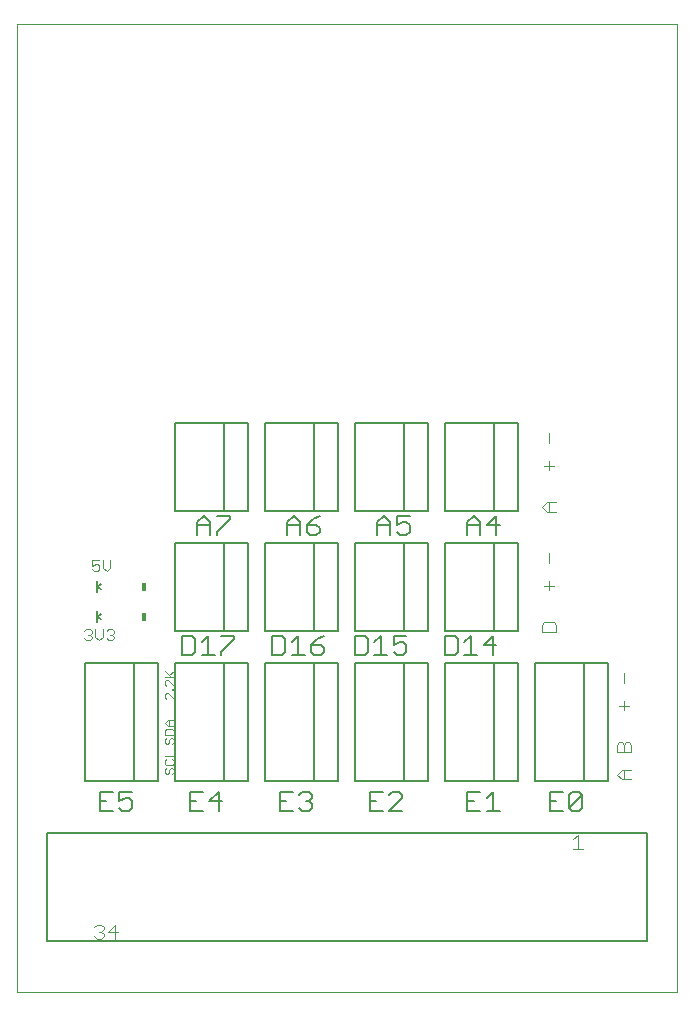
<source format=gto>
G75*
%MOIN*%
%OFA0B0*%
%FSLAX24Y24*%
%IPPOS*%
%LPD*%
%AMOC8*
5,1,8,0,0,1.08239X$1,22.5*
%
%ADD10C,0.0000*%
%ADD11C,0.0040*%
%ADD12C,0.0060*%
%ADD13C,0.0030*%
%ADD14C,0.0050*%
%ADD15C,0.0080*%
%ADD16R,0.0180X0.0300*%
D10*
X000100Y000100D02*
X000100Y032350D01*
X022100Y032350D01*
X022100Y000100D01*
X000100Y000100D01*
D11*
X002699Y001947D02*
X002776Y001870D01*
X002929Y001870D01*
X003006Y001947D01*
X003006Y002023D01*
X002929Y002100D01*
X002853Y002100D01*
X002929Y002100D02*
X003006Y002177D01*
X003006Y002254D01*
X002929Y002330D01*
X002776Y002330D01*
X002699Y002254D01*
X003160Y002100D02*
X003467Y002100D01*
X003390Y001870D02*
X003390Y002330D01*
X003160Y002100D01*
X017620Y012108D02*
X017620Y012338D01*
X017696Y012415D01*
X018003Y012415D01*
X018080Y012338D01*
X018080Y012108D01*
X017620Y012108D01*
X017850Y013489D02*
X017850Y013796D01*
X017696Y013642D02*
X018003Y013642D01*
X017850Y014410D02*
X017850Y014717D01*
X017850Y016108D02*
X017850Y016415D01*
X017773Y016415D02*
X018080Y016415D01*
X017773Y016415D02*
X017620Y016261D01*
X017773Y016108D01*
X018080Y016108D01*
X017850Y017489D02*
X017850Y017796D01*
X017696Y017642D02*
X018003Y017642D01*
X017850Y018410D02*
X017850Y018717D01*
X020350Y010717D02*
X020350Y010410D01*
X020350Y009796D02*
X020350Y009489D01*
X020503Y009642D02*
X020196Y009642D01*
X020196Y008415D02*
X020273Y008415D01*
X020350Y008338D01*
X020350Y008108D01*
X020350Y008338D02*
X020427Y008415D01*
X020503Y008415D01*
X020580Y008338D01*
X020580Y008108D01*
X020120Y008108D01*
X020120Y008338D01*
X020196Y008415D01*
X020273Y007494D02*
X020580Y007494D01*
X020350Y007494D02*
X020350Y007187D01*
X020273Y007187D02*
X020120Y007340D01*
X020273Y007494D01*
X020273Y007187D02*
X020580Y007187D01*
X018967Y004870D02*
X018660Y004870D01*
X018813Y004870D02*
X018813Y005330D01*
X018660Y005177D01*
D12*
X018631Y006130D02*
X018525Y006237D01*
X018952Y006664D01*
X018952Y006237D01*
X018845Y006130D01*
X018631Y006130D01*
X018525Y006237D02*
X018525Y006664D01*
X018631Y006771D01*
X018845Y006771D01*
X018952Y006664D01*
X018307Y006771D02*
X017880Y006771D01*
X017880Y006130D01*
X018307Y006130D01*
X018094Y006450D02*
X017880Y006450D01*
X016202Y006130D02*
X015775Y006130D01*
X015988Y006130D02*
X015988Y006771D01*
X015775Y006557D01*
X015557Y006771D02*
X015130Y006771D01*
X015130Y006130D01*
X015557Y006130D01*
X015344Y006450D02*
X015130Y006450D01*
X012952Y006557D02*
X012952Y006664D01*
X012845Y006771D01*
X012631Y006771D01*
X012525Y006664D01*
X012307Y006771D02*
X011880Y006771D01*
X011880Y006130D01*
X012307Y006130D01*
X012525Y006130D02*
X012952Y006557D01*
X012952Y006130D02*
X012525Y006130D01*
X012094Y006450D02*
X011880Y006450D01*
X009952Y006344D02*
X009952Y006237D01*
X009845Y006130D01*
X009631Y006130D01*
X009525Y006237D01*
X009307Y006130D02*
X008880Y006130D01*
X008880Y006771D01*
X009307Y006771D01*
X009525Y006664D02*
X009631Y006771D01*
X009845Y006771D01*
X009952Y006664D01*
X009952Y006557D01*
X009845Y006450D01*
X009952Y006344D01*
X009845Y006450D02*
X009738Y006450D01*
X009094Y006450D02*
X008880Y006450D01*
X006952Y006450D02*
X006525Y006450D01*
X006845Y006771D01*
X006845Y006130D01*
X006307Y006130D02*
X005880Y006130D01*
X005880Y006771D01*
X006307Y006771D01*
X006094Y006450D02*
X005880Y006450D01*
X003952Y006450D02*
X003952Y006237D01*
X003845Y006130D01*
X003631Y006130D01*
X003525Y006237D01*
X003525Y006450D02*
X003738Y006557D01*
X003845Y006557D01*
X003952Y006450D01*
X003952Y006771D02*
X003525Y006771D01*
X003525Y006450D01*
X003307Y006130D02*
X002880Y006130D01*
X002880Y006771D01*
X003307Y006771D01*
X003094Y006450D02*
X002880Y006450D01*
X005630Y011330D02*
X005950Y011330D01*
X006057Y011437D01*
X006057Y011864D01*
X005950Y011971D01*
X005630Y011971D01*
X005630Y011330D01*
X006275Y011330D02*
X006702Y011330D01*
X006488Y011330D02*
X006488Y011971D01*
X006275Y011757D01*
X006919Y011971D02*
X007346Y011971D01*
X007346Y011864D01*
X006919Y011437D01*
X006919Y011330D01*
X008630Y011330D02*
X008950Y011330D01*
X009057Y011437D01*
X009057Y011864D01*
X008950Y011971D01*
X008630Y011971D01*
X008630Y011330D01*
X009275Y011330D02*
X009702Y011330D01*
X009488Y011330D02*
X009488Y011971D01*
X009275Y011757D01*
X009919Y011650D02*
X010239Y011650D01*
X010346Y011544D01*
X010346Y011437D01*
X010239Y011330D01*
X010026Y011330D01*
X009919Y011437D01*
X009919Y011650D01*
X010133Y011864D01*
X010346Y011971D01*
X011380Y011971D02*
X011380Y011330D01*
X011700Y011330D01*
X011807Y011437D01*
X011807Y011864D01*
X011700Y011971D01*
X011380Y011971D01*
X012025Y011757D02*
X012238Y011971D01*
X012238Y011330D01*
X012025Y011330D02*
X012452Y011330D01*
X012669Y011437D02*
X012776Y011330D01*
X012989Y011330D01*
X013096Y011437D01*
X013096Y011650D01*
X012989Y011757D01*
X012883Y011757D01*
X012669Y011650D01*
X012669Y011971D01*
X013096Y011971D01*
X014380Y011971D02*
X014380Y011330D01*
X014700Y011330D01*
X014807Y011437D01*
X014807Y011864D01*
X014700Y011971D01*
X014380Y011971D01*
X015025Y011757D02*
X015238Y011971D01*
X015238Y011330D01*
X015025Y011330D02*
X015452Y011330D01*
X015669Y011650D02*
X016096Y011650D01*
X015989Y011330D02*
X015989Y011971D01*
X015669Y011650D01*
X015557Y015330D02*
X015557Y015757D01*
X015344Y015971D01*
X015130Y015757D01*
X015130Y015330D01*
X015130Y015650D02*
X015557Y015650D01*
X015775Y015650D02*
X016202Y015650D01*
X016095Y015330D02*
X016095Y015971D01*
X015775Y015650D01*
X013202Y015650D02*
X013202Y015437D01*
X013095Y015330D01*
X012881Y015330D01*
X012775Y015437D01*
X012775Y015650D02*
X012988Y015757D01*
X013095Y015757D01*
X013202Y015650D01*
X013202Y015971D02*
X012775Y015971D01*
X012775Y015650D01*
X012557Y015650D02*
X012130Y015650D01*
X012130Y015757D02*
X012344Y015971D01*
X012557Y015757D01*
X012557Y015330D01*
X012130Y015330D02*
X012130Y015757D01*
X010202Y015544D02*
X010095Y015650D01*
X009775Y015650D01*
X009775Y015437D01*
X009881Y015330D01*
X010095Y015330D01*
X010202Y015437D01*
X010202Y015544D01*
X009988Y015864D02*
X009775Y015650D01*
X009557Y015650D02*
X009130Y015650D01*
X009130Y015757D02*
X009344Y015971D01*
X009557Y015757D01*
X009557Y015330D01*
X009988Y015864D02*
X010202Y015971D01*
X009130Y015757D02*
X009130Y015330D01*
X007202Y015864D02*
X006775Y015437D01*
X006775Y015330D01*
X006557Y015330D02*
X006557Y015757D01*
X006344Y015971D01*
X006130Y015757D01*
X006130Y015330D01*
X006130Y015650D02*
X006557Y015650D01*
X006775Y015971D02*
X007202Y015971D01*
X007202Y015864D01*
D13*
X005335Y010795D02*
X005190Y010650D01*
X005238Y010602D02*
X005045Y010795D01*
X005045Y010602D02*
X005335Y010602D01*
X005335Y010500D02*
X005335Y010307D01*
X005142Y010500D01*
X005093Y010500D01*
X005045Y010452D01*
X005045Y010355D01*
X005093Y010307D01*
X005287Y010208D02*
X005335Y010208D01*
X005335Y010160D01*
X005287Y010160D01*
X005287Y010208D01*
X005335Y010058D02*
X005335Y009865D01*
X005142Y010058D01*
X005093Y010058D01*
X005045Y010010D01*
X005045Y009913D01*
X005093Y009865D01*
X005142Y009148D02*
X005335Y009148D01*
X005190Y009148D02*
X005190Y008954D01*
X005142Y008954D02*
X005045Y009051D01*
X005142Y009148D01*
X005142Y008954D02*
X005335Y008954D01*
X005287Y008853D02*
X005335Y008805D01*
X005335Y008660D01*
X005045Y008660D01*
X005045Y008805D01*
X005093Y008853D01*
X005287Y008853D01*
X005287Y008558D02*
X005335Y008510D01*
X005335Y008413D01*
X005287Y008365D01*
X005190Y008413D02*
X005190Y008510D01*
X005238Y008558D01*
X005287Y008558D01*
X005190Y008413D02*
X005142Y008365D01*
X005093Y008365D01*
X005045Y008413D01*
X005045Y008510D01*
X005093Y008558D01*
X005335Y008148D02*
X005335Y007954D01*
X005045Y007954D01*
X005093Y007853D02*
X005045Y007805D01*
X005045Y007708D01*
X005093Y007660D01*
X005287Y007660D01*
X005335Y007708D01*
X005335Y007805D01*
X005287Y007853D01*
X005287Y007558D02*
X005335Y007510D01*
X005335Y007413D01*
X005287Y007365D01*
X005190Y007413D02*
X005190Y007510D01*
X005238Y007558D01*
X005287Y007558D01*
X005190Y007413D02*
X005142Y007365D01*
X005093Y007365D01*
X005045Y007413D01*
X005045Y007510D01*
X005093Y007558D01*
X003287Y011815D02*
X003163Y011815D01*
X003102Y011877D01*
X002980Y011938D02*
X002980Y012185D01*
X003102Y012124D02*
X003163Y012185D01*
X003287Y012185D01*
X003349Y012124D01*
X003349Y012062D01*
X003287Y012000D01*
X003349Y011938D01*
X003349Y011877D01*
X003287Y011815D01*
X003287Y012000D02*
X003225Y012000D01*
X002980Y011938D02*
X002857Y011815D01*
X002733Y011938D01*
X002733Y012185D01*
X002612Y012124D02*
X002612Y012062D01*
X002550Y012000D01*
X002612Y011938D01*
X002612Y011877D01*
X002550Y011815D01*
X002427Y011815D01*
X002365Y011877D01*
X002488Y012000D02*
X002550Y012000D01*
X002612Y012124D02*
X002550Y012185D01*
X002427Y012185D01*
X002365Y012124D01*
X002677Y014115D02*
X002615Y014177D01*
X002677Y014115D02*
X002800Y014115D01*
X002862Y014177D01*
X002862Y014300D01*
X002800Y014362D01*
X002738Y014362D01*
X002615Y014300D01*
X002615Y014485D01*
X002862Y014485D01*
X002983Y014485D02*
X002983Y014238D01*
X003107Y014115D01*
X003230Y014238D01*
X003230Y014485D01*
D14*
X005370Y015070D02*
X005370Y012130D01*
X007020Y012130D01*
X007820Y012130D01*
X007820Y015070D01*
X007020Y015070D01*
X007020Y012130D01*
X007020Y011070D02*
X007820Y011070D01*
X007820Y007130D01*
X007020Y007130D01*
X005370Y007130D01*
X005370Y011070D01*
X007020Y011070D01*
X007020Y007130D01*
X008370Y007130D02*
X008370Y011070D01*
X010020Y011070D01*
X010820Y011070D01*
X010820Y007130D01*
X010020Y007130D01*
X008370Y007130D01*
X010020Y007130D02*
X010020Y011070D01*
X010020Y012130D02*
X010820Y012130D01*
X010820Y015070D01*
X010020Y015070D01*
X010020Y012130D01*
X008370Y012130D01*
X008370Y015070D01*
X010020Y015070D01*
X010020Y016130D02*
X010820Y016130D01*
X010820Y019070D01*
X010020Y019070D01*
X010020Y016130D01*
X008370Y016130D01*
X008370Y019070D01*
X010020Y019070D01*
X011370Y019070D02*
X011370Y016130D01*
X013020Y016130D01*
X013820Y016130D01*
X013820Y019070D01*
X013020Y019070D01*
X013020Y016130D01*
X013020Y015070D02*
X013820Y015070D01*
X013820Y012130D01*
X013020Y012130D01*
X011370Y012130D01*
X011370Y015070D01*
X013020Y015070D01*
X013020Y012130D01*
X013020Y011070D02*
X013820Y011070D01*
X013820Y007130D01*
X013020Y007130D01*
X011370Y007130D01*
X011370Y011070D01*
X013020Y011070D01*
X013020Y007130D01*
X014370Y007130D02*
X014370Y011070D01*
X016020Y011070D01*
X016820Y011070D01*
X016820Y007130D01*
X016020Y007130D01*
X014370Y007130D01*
X016020Y007130D02*
X016020Y011070D01*
X016020Y012130D02*
X016820Y012130D01*
X016820Y015070D01*
X016020Y015070D01*
X016020Y012130D01*
X014370Y012130D01*
X014370Y015070D01*
X016020Y015070D01*
X016020Y016130D02*
X016820Y016130D01*
X016820Y019070D01*
X016020Y019070D01*
X016020Y016130D01*
X014370Y016130D01*
X014370Y019070D01*
X016020Y019070D01*
X013020Y019070D02*
X011370Y019070D01*
X007820Y019070D02*
X007820Y016130D01*
X007020Y016130D01*
X005370Y016130D01*
X005370Y019070D01*
X007020Y019070D01*
X007820Y019070D01*
X007020Y019070D02*
X007020Y016130D01*
X007020Y015070D02*
X005370Y015070D01*
X004820Y011070D02*
X004020Y011070D01*
X004020Y007130D01*
X004820Y007130D01*
X004820Y011070D01*
X004020Y011070D02*
X002370Y011070D01*
X002370Y007130D01*
X004020Y007130D01*
X001100Y005390D02*
X021100Y005390D01*
X021100Y001810D01*
X001100Y001810D01*
X001100Y005390D01*
X017370Y007130D02*
X017370Y011070D01*
X019020Y011070D01*
X019820Y011070D01*
X019820Y007130D01*
X019020Y007130D01*
X017370Y007130D01*
X019020Y007130D02*
X019020Y011070D01*
D15*
X002905Y012514D02*
X002789Y012590D01*
X002783Y012600D02*
X002905Y012692D01*
X002783Y012781D02*
X002783Y012600D01*
X002783Y012419D01*
X002783Y013419D02*
X002783Y013600D01*
X002905Y013692D01*
X002783Y013781D02*
X002783Y013600D01*
X002789Y013590D02*
X002905Y013514D01*
D16*
X004350Y013600D03*
X004350Y012600D03*
M02*

</source>
